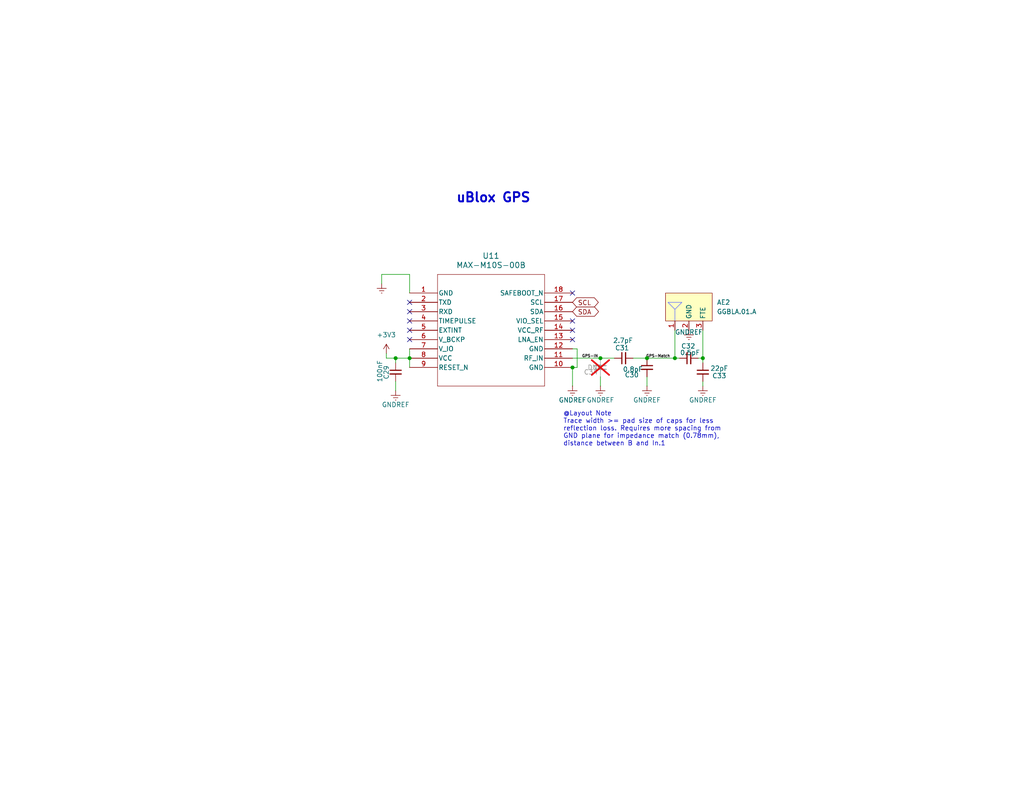
<source format=kicad_sch>
(kicad_sch (version 20250114) (generator "eeschema") (generator_version "9.0")
  (paper "USLetter")
  (title_block (title "WINTER GPS") (date "2025-01-06") (rev "3.3") (company "SparrowTheNerd"))
  (lib_symbols
    (symbol "Device:C_Small" (pin_numbers (hide yes)) (pin_names (offset 0.254) (hide yes))
      (property "Reference" "C" (at 0.254 1.778 0))
      (property "Value" "C_Small" (at 0.254 -2.032 0))
      (symbol "C_Small_0_1"
        (polyline (pts (xy -1.524 0.508) (xy 1.524 0.508)) (stroke (width 0.3048)))
        (polyline (pts (xy -1.524 -0.508) (xy 1.524 -0.508)) (stroke (width 0.3302)))
      )
      (symbol "C_Small_1_1"
        (pin passive line (at 0 2.54 270) (length 2.032) (name "~") (number "1"))
        (pin passive line (at 0 -2.54 90) (length 2.032) (name "~") (number "2"))
      )
    )
    (symbol "WINTER_components:GGBLA.01.A"
      (property "Reference" "AE" (at -8.636 -3.556 0))
      (symbol "GGBLA.01.A_0_1"
        (rectangle (start -6.35 7.62) (end 6.35 0) (fill (type background)))
        (polyline (pts (xy -3.81 0) (xy -3.81 3.175) (xy -5.715 5.08) (xy -1.905 5.08) (xy -3.81 3.175)) (stroke (width 0) (color 98 110 255 1)))
      )
      (symbol "GGBLA.01.A_1_1"
        (pin input line (at -3.81 -2.54 90) (length 2.54) (name "") (number "1"))
        (pin power_in line (at 0 -2.54 90) (length 2.54) (name "GND") (number "2"))
        (pin input line (at 3.81 -2.54 90) (length 2.54) (name "FTE") (number "3"))
      )
    )
    (symbol "WINTER_components:MAX-M10S-00B" (pin_names (offset 0.254))
      (property "Reference" "U" (at 21.463 -12.573 90))
      (property "Value" "MAX-M10S-00B" (at 24.003 -12.573 90))
      (symbol "MAX-M10S-00B_0_1"
        (polyline (pts (xy 7.62 5.08) (xy 7.62 -25.4)) (stroke (width 0.127)))
        (polyline (pts (xy 7.62 -25.4) (xy 36.83 -25.4)) (stroke (width 0.127)))
        (polyline (pts (xy 36.83 5.08) (xy 7.62 5.08)) (stroke (width 0.127)))
        (polyline (pts (xy 36.83 -25.4) (xy 36.83 5.08)) (stroke (width 0.127)))
        (pin power_out line (at 0 0 0) (length 7.62) (name "GND") (number "1"))
        (pin output line (at 0 -2.54 0) (length 7.62) (name "TXD") (number "2"))
        (pin input line (at 0 -5.08 0) (length 7.62) (name "RXD") (number "3"))
        (pin output line (at 0 -7.62 0) (length 7.62) (name "TIMEPULSE") (number "4"))
        (pin input line (at 0 -10.16 0) (length 7.62) (name "EXTINT") (number "5"))
        (pin power_in line (at 0 -12.7 0) (length 7.62) (name "V_BCKP") (number "6"))
        (pin power_in line (at 0 -15.24 0) (length 7.62) (name "V_IO") (number "7"))
        (pin power_in line (at 0 -17.78 0) (length 7.62) (name "VCC") (number "8"))
        (pin input line (at 0 -20.32 0) (length 7.62) (name "RESET_N") (number "9"))
        (pin input line (at 44.45 0 180) (length 7.62) (name "SAFEBOOT_N") (number "18"))
        (pin input line (at 44.45 -2.54 180) (length 7.62) (name "SCL") (number "17"))
        (pin bidirectional line (at 44.45 -5.08 180) (length 7.62) (name "SDA") (number "16"))
        (pin input line (at 44.45 -7.62 180) (length 7.62) (name "VIO_SEL") (number "15"))
        (pin output line (at 44.45 -10.16 180) (length 7.62) (name "VCC_RF") (number "14"))
        (pin output line (at 44.45 -12.7 180) (length 7.62) (name "LNA_EN") (number "13"))
        (pin power_out line (at 44.45 -15.24 180) (length 7.62) (name "GND") (number "12"))
        (pin input line (at 44.45 -17.78 180) (length 7.62) (name "RF_IN") (number "11"))
        (pin power_out line (at 44.45 -20.32 180) (length 7.62) (name "GND") (number "10"))
      )
    )
    (symbol "power:+3V3" (power) (pin_numbers (hide yes)) (pin_names (offset 0) (hide yes))
      (property "Value" "+3V3" (at 0 3.556 0))
      (symbol "+3V3_0_1"
        (polyline (pts (xy -0.762 1.27) (xy 0 2.54)))
        (polyline (pts (xy 0 2.54) (xy 0.762 1.27)))
        (polyline (pts (xy 0 0) (xy 0 2.54)))
      )
      (symbol "+3V3_1_1"
        (pin power_in line (at 0 0 90) (length 0) (name "~") (number "1"))
      )
    )
    (symbol "power:GNDREF" (power) (pin_numbers (hide yes)) (pin_names (offset 0) (hide yes))
      (property "Value" "GNDREF" (at 0 -3.81 0))
      (symbol "GNDREF_0_1"
        (polyline (pts (xy -0.635 -1.905) (xy 0.635 -1.905)))
        (polyline (pts (xy -0.127 -2.54) (xy 0.127 -2.54)))
        (polyline (pts (xy 0 -1.27) (xy 0 0)))
        (polyline (pts (xy 1.27 -1.27) (xy -1.27 -1.27)))
      )
      (symbol "GNDREF_1_1"
        (pin power_in line (at 0 0 270) (length 0) (name "~") (number "1"))
      )
    )
  )
  (text "@Layout Note\nTrace width >= pad size of caps for less \nreflection loss. Requires more spacing from \nGND plane for impedance match (0.78mm), \ndistance between B and In.1" (at 153.67 117.094 0) (effects (font (size 1.27 1.27)) (justify left)))
  (text "uBlox GPS\n" (at 134.62 54.102 0) (effects (font (size 2.54 2.54) (bold yes))))
  (junction (at 184.15 97.79))
  (junction (at 191.77 97.79))
  (junction (at 176.53 97.79))
  (junction (at 111.76 97.79))
  (junction (at 107.95 97.79))
  (junction (at 156.21 100.33))
  (junction (at 163.83 97.79))
  (no_connect (at 156.21 80.01))
  (no_connect (at 111.76 85.09))
  (no_connect (at 111.76 87.63))
  (no_connect (at 156.21 87.63))
  (no_connect (at 156.21 92.71))
  (no_connect (at 156.21 90.17))
  (no_connect (at 111.76 90.17))
  (no_connect (at 111.76 92.71))
  (no_connect (at 111.76 82.55))
  (wire (pts (xy 156.21 95.25) (xy 157.48 95.25)))
  (wire (pts (xy 157.48 100.33) (xy 156.21 100.33)))
  (wire (pts (xy 176.53 105.41) (xy 176.53 102.87)))
  (wire (pts (xy 191.77 99.06) (xy 191.77 97.79)))
  (wire (pts (xy 157.48 95.25) (xy 157.48 100.33)))
  (wire (pts (xy 107.95 99.06) (xy 107.95 97.79)))
  (wire (pts (xy 156.21 97.79) (xy 163.83 97.79)))
  (wire (pts (xy 191.77 104.14) (xy 191.77 105.41)))
  (wire (pts (xy 111.76 80.01) (xy 111.76 74.93)))
  (wire (pts (xy 104.14 74.93) (xy 111.76 74.93)))
  (wire (pts (xy 111.76 95.25) (xy 111.76 97.79)))
  (wire (pts (xy 111.76 97.79) (xy 111.76 100.33)))
  (wire (pts (xy 105.41 96.52) (xy 105.41 97.79)))
  (wire (pts (xy 163.83 97.79) (xy 167.64 97.79)))
  (wire (pts (xy 172.72 97.79) (xy 176.53 97.79)))
  (wire (pts (xy 107.95 97.79) (xy 111.76 97.79)))
  (wire (pts (xy 163.83 105.41) (xy 163.83 102.87)))
  (wire (pts (xy 185.42 97.79) (xy 184.15 97.79)))
  (wire (pts (xy 156.21 105.41) (xy 156.21 100.33)))
  (wire (pts (xy 184.15 90.17) (xy 184.15 97.79)))
  (wire (pts (xy 176.53 97.79) (xy 184.15 97.79)))
  (wire (pts (xy 104.14 77.47) (xy 104.14 74.93)))
  (wire (pts (xy 105.41 97.79) (xy 107.95 97.79)))
  (wire (pts (xy 107.95 106.68) (xy 107.95 104.14)))
  (wire (pts (xy 191.77 90.17) (xy 191.77 97.79)))
  (wire (pts (xy 190.5 97.79) (xy 191.77 97.79)))
  (label "GPS-Match" (at 182.88 97.79 180) (effects (font (size 0.75 0.75))))
  (label "GPS-IN" (at 158.75 97.79 0) (effects (font (size 0.75 0.75))))
  (global_label "SCL" (shape bidirectional) (at 156.21 82.55 0) (property "Intersheetrefs" "${INTERSHEET_REFS}" (effects (hide yes))))
  (global_label "SDA" (shape bidirectional) (at 156.21 85.09 0) (property "Intersheetrefs" "${INTERSHEET_REFS}" (effects (hide yes))))
  (symbol (lib_id "power:+3V3") (at 105.41 96.52 0) (unit 1)
    (property "Reference" "#PWR0164" (effects (hide yes)))
    (property "Value" "+3V3" (at 105.41 91.44 0))
    (property "Description" "Power symbol creates a global label with name \"+3V3\"" (effects (hide yes)))
  )
  (symbol (lib_id "power:GNDREF") (at 156.21 105.41 0) (mirror y) (unit 1)
    (property "Reference" "#PWR012" (effects (hide yes)))
    (property "Value" "GNDREF" (at 156.21 109.22 0))
    (property "Description" "Power symbol creates a global label with name \"GNDREF\" , reference supply ground" (effects (hide yes)))
  )
  (symbol (lib_id "power:GNDREF") (at 163.83 105.41 0) (mirror y) (unit 1)
    (property "Reference" "#PWR011" (effects (hide yes)))
    (property "Value" "GNDREF" (at 163.83 109.22 0))
    (property "Description" "Power symbol creates a global label with name \"GNDREF\" , reference supply ground" (effects (hide yes)))
  )
  (symbol (lib_id "Device:C_Small") (at 191.77 101.6 0) (unit 1)
    (property "Reference" "C33" (at 194.31 102.616 0) (effects (justify left)))
    (property "Value" "22pF" (at 193.802 100.584 0) (effects (justify left)))
    (property "Footprint" "Capacitor_SMD:C_0402_1005Metric" (effects (hide yes)))
    (property "Description" "Unpolarized capacitor, small symbol" (effects (hide yes)))
    (property "Product ID" "GRM1555C1H220JA01D" (effects (hide yes)))
    (property "LCSC" "C76960" (effects (hide yes)))
  )
  (symbol (lib_id "WINTER_components:MAX-M10S-00B") (at 111.76 80.01 0) (unit 1)
    (property "Reference" "U11" (at 133.985 69.85 0) (effects (font (size 1.524 1.524))))
    (property "Value" "MAX-M10S-00B" (at 133.985 72.39 0) (effects (font (size 1.524 1.524))))
    (property "Footprint" "WINTERfootprints:MAX-M10S-00B" (effects (hide yes)))
    (property "Datasheet" "MAX-M10M-00B" (effects (hide yes)))
    (property "Product ID" "MAX-M10S-00B" (effects (hide yes)))
    (property "LCSC" "C4153167" (effects (hide yes)))
  )
  (symbol (lib_id "power:GNDREF") (at 176.53 105.41 0) (mirror y) (unit 1)
    (property "Reference" "#PWR010" (effects (hide yes)))
    (property "Value" "GNDREF" (at 176.53 109.22 0))
    (property "Description" "Power symbol creates a global label with name \"GNDREF\" , reference supply ground" (effects (hide yes)))
  )
  (symbol (lib_id "Device:C_Small") (at 170.18 97.79 90) (unit 1)
    (property "Reference" "C31" (at 171.704 94.996 90) (effects (justify left)))
    (property "Value" "2.7pF" (at 172.72 92.964 90) (effects (justify left)))
    (property "Footprint" "Capacitor_SMD:C_0402_1005Metric" (effects (hide yes)))
    (property "Description" "Unpolarized capacitor, small symbol" (effects (hide yes)))
    (property "Product ID" "GRM1555C1H2R7CA01D" (effects (hide yes)))
    (property "LCSC" "C76963" (effects (hide yes)))
  )
  (symbol (lib_id "Device:C_Small") (at 107.95 101.6 0) (unit 1)
    (property "Reference" "C29" (at 105.41 103.632 90) (effects (justify left)))
    (property "Value" "100nF" (at 103.632 104.394 90) (effects (justify left)))
    (property "Footprint" "Capacitor_SMD:C_0603_1608Metric" (effects (hide yes)))
    (property "Description" "Unpolarized capacitor, small symbol" (effects (hide yes)))
    (property "Product ID" "CL10B104KB8NNNL" (effects (hide yes)))
    (property "LCSC" "C1590" (effects (hide yes)))
  )
  (symbol (lib_id "Device:C_Small") (at 163.83 100.33 0) (unit 1) (dnp yes)
    (property "Reference" "C34" (at 159.258 101.6 0) (effects (justify left)))
    (property "Value" "DNP" (at 160.274 100.33 0) (effects (justify left)))
    (property "Footprint" "Capacitor_SMD:C_0402_1005Metric" (effects (hide yes)))
    (property "Description" "Unpolarized capacitor, small symbol" (effects (hide yes)))
    (property "LCSC" "DNP" (effects (hide yes)))
  )
  (symbol (lib_id "WINTER_components:GGBLA.01.A") (at 187.96 87.63 0) (unit 1)
    (property "Reference" "AE2" (at 195.58 82.5499 0) (effects (justify left)))
    (property "Value" "GGBLA.01.A" (at 195.58 85.0899 0) (effects (justify left)))
    (property "Footprint" "WINTERfootprints:GGBLA.01.A" (effects (hide yes)))
    (property "LCSC" "C5359159" (effects (hide yes)))
    (property "Mouser ID" "960-GGBLA.01.A " (effects (hide yes)))
    (property "Product ID" "GGBLA.01.A" (effects (hide yes)))
  )
  (symbol (lib_id "power:GNDREF") (at 107.95 106.68 0) (mirror y) (unit 1)
    (property "Reference" "#PWR0165" (effects (hide yes)))
    (property "Value" "GNDREF" (at 107.95 110.49 0))
    (property "Description" "Power symbol creates a global label with name \"GNDREF\" , reference supply ground" (effects (hide yes)))
  )
  (symbol (lib_id "power:GNDREF") (at 187.96 90.17 0) (mirror y) (unit 1)
    (property "Reference" "#PWR0170" (effects (hide yes)))
    (property "Value" "GNDREF" (at 187.96 90.678 0))
    (property "Description" "Power symbol creates a global label with name \"GNDREF\" , reference supply ground" (effects (hide yes)))
  )
  (symbol (lib_id "power:GNDREF") (at 104.14 77.47 0) (mirror y) (unit 1)
    (property "Reference" "#PWR0163" (effects (hide yes)))
    (property "Value" "GNDREF" (effects (hide yes)))
    (property "Description" "Power symbol creates a global label with name \"GNDREF\" , reference supply ground" (effects (hide yes)))
  )
  (symbol (lib_id "Device:C_Small") (at 176.53 100.33 0) (unit 1)
    (property "Reference" "C30" (at 170.434 102.362 0) (effects (justify left)))
    (property "Value" "0.8pF" (at 169.926 100.838 0) (effects (justify left)))
    (property "Footprint" "Capacitor_SMD:C_0402_1005Metric" (effects (hide yes)))
    (property "Description" "Unpolarized capacitor, small symbol" (effects (hide yes)))
    (property "Product ID" "GRM1555C1HR80WA01D" (effects (hide yes)))
    (property "LCSC" "C88902" (effects (hide yes)))
  )
  (symbol (lib_id "Device:C_Small") (at 187.96 97.79 90) (unit 1)
    (property "Reference" "C32" (at 189.738 94.488 90) (effects (justify left)))
    (property "Value" "0.5pF" (at 191.008 96.266 90) (effects (justify left)))
    (property "Footprint" "Capacitor_SMD:C_0402_1005Metric" (effects (hide yes)))
    (property "Description" "Unpolarized capacitor, small symbol" (effects (hide yes)))
    (property "Product ID" "GRM1555C1HR50CA01D" (effects (hide yes)))
    (property "LCSC" "C76987" (effects (hide yes)))
  )
  (symbol (lib_id "power:GNDREF") (at 191.77 105.41 0) (mirror y) (unit 1)
    (property "Reference" "#PWR09" (effects (hide yes)))
    (property "Value" "GNDREF" (at 191.77 109.22 0))
    (property "Description" "Power symbol creates a global label with name \"GNDREF\" , reference supply ground" (effects (hide yes)))
  )
)
</source>
